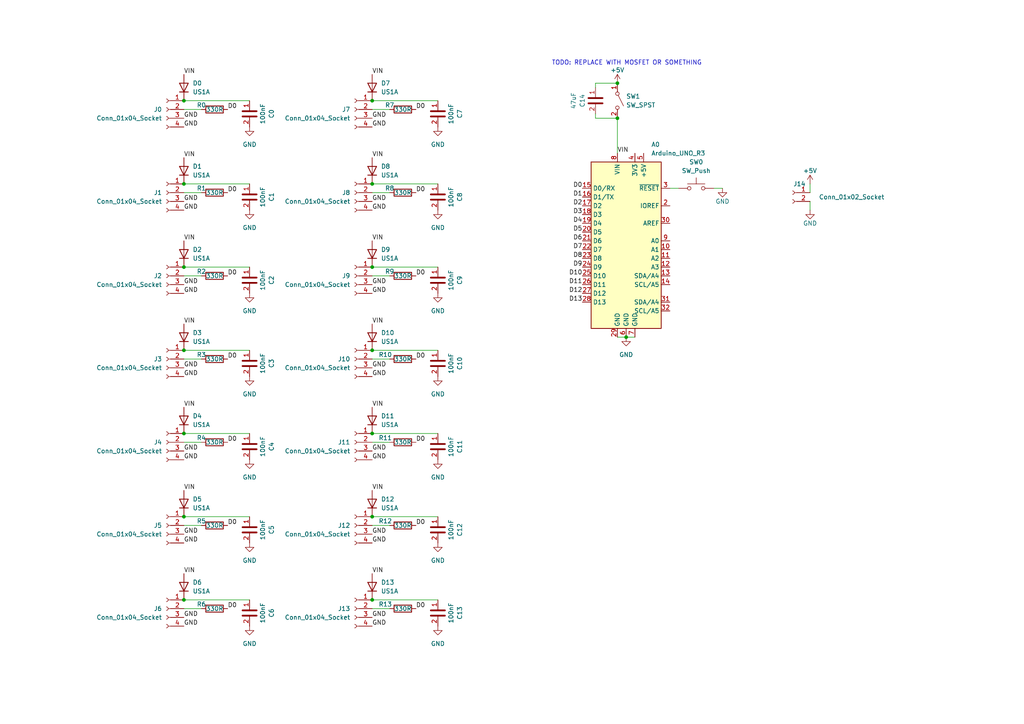
<source format=kicad_sch>
(kicad_sch (version 20230121) (generator eeschema)
  (paper "A4")
  (lib_symbols
    (symbol "C_1" (pin_names (offset 0.254))
      (property "Reference" "C" (at 0.635 2.54 0))
      (property "Value" "C" (at 0.635 -2.54 0))
      (symbol "C_1_0_1"
        (polyline (pts (xy -2.032 -0.762) (xy 2.032 -0.762)) (stroke (width 0.508)))
        (polyline (pts (xy -2.032 0.762) (xy 2.032 0.762)) (stroke (width 0.508)))
      )
      (symbol "C_1_1_1"
        (pin passive line (at 0 3.81 270) (length 2.794) (name "~") (number "1"))
        (pin passive line (at 0 -3.81 90) (length 2.794) (name "~") (number "2"))
      )
    )
    (symbol "C_2" (pin_names (offset 0.254))
      (property "Reference" "C" (at 0.635 2.54 0))
      (property "Value" "C" (at 0.635 -2.54 0))
      (symbol "C_2_0_1"
        (polyline (pts (xy -2.032 -0.762) (xy 2.032 -0.762)) (stroke (width 0.508)))
        (polyline (pts (xy -2.032 0.762) (xy 2.032 0.762)) (stroke (width 0.508)))
      )
      (symbol "C_2_1_1"
        (pin passive line (at 0 3.81 270) (length 2.794) (name "~") (number "1"))
        (pin passive line (at 0 -3.81 90) (length 2.794) (name "~") (number "2"))
      )
    )
    (symbol "Connector:Conn_01x02_Socket" (pin_names (offset 1.016) hide)
      (property "Reference" "J" (at 0 2.54 0))
      (property "Value" "Conn_01x02_Socket" (at 0 -5.08 0))
      (symbol "Conn_01x02_Socket_1_1"
        (arc (start 0 -2.032) (mid -0.5058 -2.54) (end 0 -3.048) (stroke (width 0.1524)))
        (polyline (pts (xy -1.27 -2.54) (xy -0.508 -2.54)) (stroke (width 0.1524)))
        (polyline (pts (xy -1.27 0) (xy -0.508 0)) (stroke (width 0.1524)))
        (arc (start 0 0.508) (mid -0.5058 0) (end 0 -0.508) (stroke (width 0.1524)))
        (pin passive line (at -5.08 0 0) (length 3.81) (name "Pin_1") (number "1"))
        (pin passive line (at -5.08 -2.54 0) (length 3.81) (name "Pin_2") (number "2"))
      )
    )
    (symbol "Connector:Conn_01x04_Socket" (pin_names (offset 1.016) hide)
      (property "Reference" "J" (at 0 5.08 0))
      (property "Value" "Conn_01x04_Socket" (at 0 -7.62 0))
      (symbol "Conn_01x04_Socket_1_1"
        (arc (start 0 -4.572) (mid -0.5058 -5.08) (end 0 -5.588) (stroke (width 0.1524)))
        (arc (start 0 -2.032) (mid -0.5058 -2.54) (end 0 -3.048) (stroke (width 0.1524)))
        (polyline (pts (xy -1.27 -5.08) (xy -0.508 -5.08)) (stroke (width 0.1524)))
        (polyline (pts (xy -1.27 -2.54) (xy -0.508 -2.54)) (stroke (width 0.1524)))
        (polyline (pts (xy -1.27 0) (xy -0.508 0)) (stroke (width 0.1524)))
        (polyline (pts (xy -1.27 2.54) (xy -0.508 2.54)) (stroke (width 0.1524)))
        (arc (start 0 0.508) (mid -0.5058 0) (end 0 -0.508) (stroke (width 0.1524)))
        (arc (start 0 3.048) (mid -0.5058 2.54) (end 0 2.032) (stroke (width 0.1524)))
        (pin passive line (at -5.08 2.54 0) (length 3.81) (name "Pin_1") (number "1"))
        (pin passive line (at -5.08 0 0) (length 3.81) (name "Pin_2") (number "2"))
        (pin passive line (at -5.08 -2.54 0) (length 3.81) (name "Pin_3") (number "3"))
        (pin passive line (at -5.08 -5.08 0) (length 3.81) (name "Pin_4") (number "4"))
      )
    )
    (symbol "Device:R" (pin_numbers hide) (pin_names (offset 0))
      (property "Reference" "R" (at 2.032 0 90))
      (property "Value" "R" (at 0 0 90))
      (symbol "R_0_1"
        (rectangle (start -1.016 -2.54) (end 1.016 2.54) (stroke (width 0.254)))
      )
      (symbol "R_1_1"
        (pin passive line (at 0 3.81 270) (length 1.27) (name "~") (number "1"))
        (pin passive line (at 0 -3.81 90) (length 1.27) (name "~") (number "2"))
      )
    )
    (symbol "Diode:US1A" (pin_numbers hide) (pin_names hide)
      (property "Reference" "D" (at 0 2.54 0))
      (property "Value" "US1A" (at 0 -2.54 0))
      (symbol "US1A_0_1"
        (polyline (pts (xy -1.27 1.27) (xy -1.27 -1.27)) (stroke (width 0.254)))
        (polyline (pts (xy 1.27 0) (xy -1.27 0)))
        (polyline (pts (xy 1.27 1.27) (xy 1.27 -1.27) (xy -1.27 0) (xy 1.27 1.27)) (stroke (width 0.254)))
      )
      (symbol "US1A_1_1"
        (pin passive line (at -3.81 0 0) (length 2.54) (name "K") (number "1"))
        (pin passive line (at 3.81 0 180) (length 2.54) (name "A") (number "2"))
      )
    )
    (symbol "MCU_Module:Arduino_UNO_R3"
      (property "Reference" "A" (at -10.16 23.495 0))
      (property "Value" "Arduino_UNO_R3" (at 5.08 -26.67 0))
      (symbol "Arduino_UNO_R3_0_1"
        (rectangle (start -10.16 22.86) (end 10.16 -25.4) (stroke (width 0.254)) (fill (type background)))
      )
      (symbol "Arduino_UNO_R3_1_1"
        (pin no_connect line (at -10.16 -20.32 0) (length 2.54) hide (name "NC") (number "1"))
        (pin bidirectional line (at 12.7 -2.54 180) (length 2.54) (name "A1") (number "10"))
        (pin bidirectional line (at 12.7 -5.08 180) (length 2.54) (name "A2") (number "11"))
        (pin bidirectional line (at 12.7 -7.62 180) (length 2.54) (name "A3") (number "12"))
        (pin bidirectional line (at 12.7 -10.16 180) (length 2.54) (name "SDA/A4") (number "13"))
        (pin bidirectional line (at 12.7 -12.7 180) (length 2.54) (name "SCL/A5") (number "14"))
        (pin bidirectional line (at -12.7 15.24 0) (length 2.54) (name "D0/RX") (number "15"))
        (pin bidirectional line (at -12.7 12.7 0) (length 2.54) (name "D1/TX") (number "16"))
        (pin bidirectional line (at -12.7 10.16 0) (length 2.54) (name "D2") (number "17"))
        (pin bidirectional line (at -12.7 7.62 0) (length 2.54) (name "D3") (number "18"))
        (pin bidirectional line (at -12.7 5.08 0) (length 2.54) (name "D4") (number "19"))
        (pin output line (at 12.7 10.16 180) (length 2.54) (name "IOREF") (number "2"))
        (pin bidirectional line (at -12.7 2.54 0) (length 2.54) (name "D5") (number "20"))
        (pin bidirectional line (at -12.7 0 0) (length 2.54) (name "D6") (number "21"))
        (pin bidirectional line (at -12.7 -2.54 0) (length 2.54) (name "D7") (number "22"))
        (pin bidirectional line (at -12.7 -5.08 0) (length 2.54) (name "D8") (number "23"))
        (pin bidirectional line (at -12.7 -7.62 0) (length 2.54) (name "D9") (number "24"))
        (pin bidirectional line (at -12.7 -10.16 0) (length 2.54) (name "D10") (number "25"))
        (pin bidirectional line (at -12.7 -12.7 0) (length 2.54) (name "D11") (number "26"))
        (pin bidirectional line (at -12.7 -15.24 0) (length 2.54) (name "D12") (number "27"))
        (pin bidirectional line (at -12.7 -17.78 0) (length 2.54) (name "D13") (number "28"))
        (pin power_in line (at -2.54 -27.94 90) (length 2.54) (name "GND") (number "29"))
        (pin input line (at 12.7 15.24 180) (length 2.54) (name "~{RESET}") (number "3"))
        (pin input line (at 12.7 5.08 180) (length 2.54) (name "AREF") (number "30"))
        (pin bidirectional line (at 12.7 -17.78 180) (length 2.54) (name "SDA/A4") (number "31"))
        (pin bidirectional line (at 12.7 -20.32 180) (length 2.54) (name "SCL/A5") (number "32"))
        (pin power_out line (at 2.54 25.4 270) (length 2.54) (name "3V3") (number "4"))
        (pin power_out line (at 5.08 25.4 270) (length 2.54) (name "+5V") (number "5"))
        (pin power_in line (at 0 -27.94 90) (length 2.54) (name "GND") (number "6"))
        (pin power_in line (at 2.54 -27.94 90) (length 2.54) (name "GND") (number "7"))
        (pin power_in line (at -2.54 25.4 270) (length 2.54) (name "VIN") (number "8"))
        (pin bidirectional line (at 12.7 0 180) (length 2.54) (name "A0") (number "9"))
      )
    )
    (symbol "Switch:SW_Push" (pin_numbers hide) (pin_names (offset 1.016) hide)
      (property "Reference" "SW" (at 1.27 2.54 0))
      (property "Value" "SW_Push" (at 0 -1.524 0))
      (symbol "SW_Push_0_1"
        (circle (center -2.032 0) (radius 0.508))
        (polyline (pts (xy 0 1.27) (xy 0 3.048)))
        (polyline (pts (xy 2.54 1.27) (xy -2.54 1.27)))
        (circle (center 2.032 0) (radius 0.508))
        (pin passive line (at -5.08 0 0) (length 2.54) (name "1") (number "1"))
        (pin passive line (at 5.08 0 180) (length 2.54) (name "2") (number "2"))
      )
    )
    (symbol "Switch:SW_SPST" (pin_names (offset 0) hide)
      (property "Reference" "SW" (at 0 3.175 0))
      (property "Value" "SW_SPST" (at 0 -2.54 0))
      (symbol "SW_SPST_0_0"
        (circle (center -2.032 0) (radius 0.508))
        (polyline (pts (xy -1.524 0.254) (xy 1.524 1.778)))
        (circle (center 2.032 0) (radius 0.508))
      )
      (symbol "SW_SPST_1_1"
        (pin passive line (at -5.08 0 0) (length 2.54) (name "A") (number "1"))
        (pin passive line (at 5.08 0 180) (length 2.54) (name "B") (number "2"))
      )
    )
    (symbol "power:+5V" (power) (pin_names (offset 0))
      (property "Value" "+5V" (at 0 3.556 0))
      (symbol "+5V_0_1"
        (polyline (pts (xy -0.762 1.27) (xy 0 2.54)))
        (polyline (pts (xy 0 0) (xy 0 2.54)))
        (polyline (pts (xy 0 2.54) (xy 0.762 1.27)))
      )
      (symbol "+5V_1_1"
        (pin power_in line (at 0 0 90) (length 0) hide (name "+5V") (number "1"))
      )
    )
    (symbol "power:GND" (power) (pin_names (offset 0))
      (property "Value" "GND" (at 0 -3.81 0))
      (symbol "GND_0_1"
        (polyline (pts (xy 0 0) (xy 0 -1.27) (xy 1.27 -1.27) (xy 0 -2.54) (xy -1.27 -1.27) (xy 0 -1.27)))
      )
      (symbol "GND_1_1"
        (pin power_in line (at 0 0 270) (length 0) hide (name "GND") (number "1"))
      )
    )
  )
  (junction (at 107.95 149.86))
  (junction (at 53.34 29.21))
  (junction (at 53.34 173.99))
  (junction (at 179.07 24.13))
  (junction (at 107.95 173.99))
  (junction (at 53.34 101.6))
  (junction (at 107.95 53.34))
  (junction (at 107.95 29.21))
  (junction (at 53.34 53.34))
  (junction (at 53.34 149.86))
  (junction (at 107.95 77.47))
  (junction (at 53.34 77.47))
  (junction (at 179.07 34.29))
  (junction (at 107.95 125.73))
  (junction (at 53.34 125.73))
  (junction (at 181.61 97.79))
  (junction (at 107.95 101.6))
  (wire (pts (xy 113.03 104.14) (xy 107.95 104.14)))
  (wire (pts (xy 107.95 53.34) (xy 127 53.34)))
  (wire (pts (xy 172.72 34.29) (xy 179.07 34.29)))
  (wire (pts (xy 234.95 60.96) (xy 234.95 58.42)))
  (wire (pts (xy 58.42 128.27) (xy 53.34 128.27)))
  (wire (pts (xy 113.03 80.01) (xy 107.95 80.01)))
  (wire (pts (xy 113.03 31.75) (xy 107.95 31.75)))
  (wire (pts (xy 179.07 34.29) (xy 179.07 44.45)))
  (wire (pts (xy 179.07 24.13) (xy 172.72 24.13)))
  (wire (pts (xy 113.03 176.53) (xy 107.95 176.53)))
  (wire (pts (xy 107.95 29.21) (xy 127 29.21)))
  (wire (pts (xy 58.42 152.4) (xy 53.34 152.4)))
  (wire (pts (xy 234.95 53.34) (xy 234.95 55.88)))
  (wire (pts (xy 107.95 101.6) (xy 127 101.6)))
  (wire (pts (xy 172.72 24.13) (xy 172.72 25.4)))
  (wire (pts (xy 53.34 149.86) (xy 72.39 149.86)))
  (wire (pts (xy 113.03 152.4) (xy 107.95 152.4)))
  (wire (pts (xy 113.03 128.27) (xy 107.95 128.27)))
  (wire (pts (xy 58.42 55.88) (xy 53.34 55.88)))
  (wire (pts (xy 107.95 173.99) (xy 127 173.99)))
  (wire (pts (xy 58.42 80.01) (xy 53.34 80.01)))
  (wire (pts (xy 53.34 173.99) (xy 72.39 173.99)))
  (wire (pts (xy 172.72 33.02) (xy 172.72 34.29)))
  (wire (pts (xy 58.42 176.53) (xy 53.34 176.53)))
  (wire (pts (xy 196.85 54.61) (xy 194.31 54.61)))
  (wire (pts (xy 181.61 97.79) (xy 179.07 97.79)))
  (wire (pts (xy 58.42 31.75) (xy 53.34 31.75)))
  (wire (pts (xy 53.34 53.34) (xy 72.39 53.34)))
  (wire (pts (xy 107.95 77.47) (xy 127 77.47)))
  (wire (pts (xy 53.34 29.21) (xy 72.39 29.21)))
  (wire (pts (xy 53.34 125.73) (xy 72.39 125.73)))
  (wire (pts (xy 107.95 125.73) (xy 127 125.73)))
  (wire (pts (xy 113.03 55.88) (xy 107.95 55.88)))
  (wire (pts (xy 53.34 77.47) (xy 72.39 77.47)))
  (wire (pts (xy 107.95 149.86) (xy 127 149.86)))
  (wire (pts (xy 209.55 54.61) (xy 207.01 54.61)))
  (wire (pts (xy 184.15 97.79) (xy 181.61 97.79)))
  (wire (pts (xy 58.42 104.14) (xy 53.34 104.14)))
  (wire (pts (xy 53.34 101.6) (xy 72.39 101.6)))
  (text "TODO: REPLACE WITH MOSFET OR SOMETHING" (at 160.02 19.05 0) (effects (font (size 1.27 1.27)) (justify left bottom)))
  (label "D0" (at 120.65 80.01 0))
  (label "GND" (at 53.34 60.96 0))
  (label "D1" (at 168.91 57.15 180))
  (label "D0" (at 66.04 31.75 0))
  (label "GND" (at 53.34 85.09 0))
  (label "GND" (at 53.34 36.83 0))
  (label "GND" (at 53.34 179.07 0))
  (label "GND" (at 107.95 179.07 0))
  (label "GND" (at 53.34 157.48 0))
  (label "GND" (at 53.34 130.81 0))
  (label "VIN" (at 107.95 21.59 0))
  (label "GND" (at 53.34 34.29 0))
  (label "D0" (at 120.65 176.53 0))
  (label "D0" (at 66.04 104.14 0))
  (label "GND" (at 107.95 181.61 0))
  (label "D13" (at 168.91 87.63 180))
  (label "D9" (at 168.91 77.47 180))
  (label "GND" (at 107.95 60.96 0))
  (label "D0" (at 66.04 55.88 0))
  (label "D4" (at 168.91 64.77 180))
  (label "D0" (at 120.65 31.75 0))
  (label "GND" (at 53.34 58.42 0))
  (label "GND" (at 107.95 130.81 0))
  (label "GND" (at 107.95 82.55 0))
  (label "VIN" (at 107.95 93.98 0))
  (label "D7" (at 168.91 72.39 180))
  (label "D5" (at 168.91 67.31 180))
  (label "D0" (at 66.04 128.27 0))
  (label "D0" (at 66.04 152.4 0))
  (label "VIN" (at 107.95 166.37 0))
  (label "GND" (at 53.34 154.94 0))
  (label "D0" (at 66.04 80.01 0))
  (label "GND" (at 107.95 106.68 0))
  (label "VIN" (at 53.34 142.24 0))
  (label "D3" (at 168.91 62.23 180))
  (label "GND" (at 107.95 157.48 0))
  (label "GND" (at 107.95 34.29 0))
  (label "GND" (at 107.95 85.09 0))
  (label "D11" (at 168.91 82.55 180))
  (label "D0" (at 66.04 176.53 0))
  (label "VIN" (at 53.34 118.11 0))
  (label "D6" (at 168.91 69.85 180))
  (label "VIN" (at 107.95 45.72 0))
  (label "VIN" (at 107.95 69.85 0))
  (label "VIN" (at 107.95 142.24 0))
  (label "D10" (at 168.91 80.01 180))
  (label "GND" (at 53.34 133.35 0))
  (label "GND" (at 107.95 58.42 0))
  (label "D12" (at 168.91 85.09 180))
  (label "D0" (at 120.65 128.27 0))
  (label "D2" (at 168.91 59.69 180))
  (label "VIN" (at 179.07 44.45 0))
  (label "GND" (at 53.34 82.55 0))
  (label "VIN" (at 53.34 69.85 0))
  (label "D0" (at 120.65 104.14 0))
  (label "D0" (at 120.65 55.88 0))
  (label "D8" (at 168.91 74.93 180))
  (label "GND" (at 53.34 181.61 0))
  (label "GND" (at 53.34 106.68 0))
  (label "D0" (at 120.65 152.4 0))
  (label "GND" (at 107.95 109.22 0))
  (label "GND" (at 107.95 133.35 0))
  (label "VIN" (at 53.34 21.59 0))
  (label "VIN" (at 53.34 45.72 0))
  (label "VIN" (at 53.34 93.98 0))
  (label "VIN" (at 107.95 118.11 0))
  (label "D0" (at 168.91 54.61 180))
  (label "GND" (at 107.95 154.94 0))
  (label "GND" (at 107.95 36.83 0))
  (label "GND" (at 53.34 109.22 0))
  (label "VIN" (at 53.34 166.37 0))
  (symbol (lib_id "power:GND") (at 72.39 109.22 0) (mirror y) (unit 1)
    (property "Reference" "#PWR011" (effects hide))
    (property "Value" "GND" (at 72.39 114.3 0))
  )
  (symbol (lib_id "Diode:US1A") (at 107.95 73.66 90) (unit 1)
    (property "Reference" "D9" (at 110.49 72.39 90) (effects (justify right)))
    (property "Value" "US1A" (at 110.49 74.93 90) (effects (justify right)))
    (property "Footprint" "Diode_SMD:D_SMA" (effects hide))
    (property "Datasheet" "https://www.diodes.com/assets/Datasheets/ds16008.pdf" (effects hide))
    (property "Sim.Device" "D" (effects hide))
    (property "Sim.Pins" "1=K 2=A" (effects hide))
  )
  (symbol (lib_name "C_2") (lib_id "Device:C") (at 127 105.41 0) (unit 1)
    (property "Reference" "C10" (at 133.35 105.41 90))
    (property "Value" "100nF" (at 130.81 105.41 90))
    (property "Footprint" "Capacitor_SMD:C_0805_2012Metric_Pad1.18x1.45mm_HandSolder" (effects hide))
  )
  (symbol (lib_id "Connector:Conn_01x04_Socket") (at 48.26 80.01 0) (mirror y) (unit 1)
    (property "Reference" "J2" (at 46.99 80.01 0) (effects (justify left)))
    (property "Value" "Conn_01x04_Socket" (at 46.99 82.55 0) (effects (justify left)))
    (property "Footprint" "Connector_PinHeader_2.54mm:PinHeader_1x04_P2.54mm_Vertical" (effects hide))
  )
  (symbol (lib_id "Connector:Conn_01x04_Socket") (at 102.87 128.27 0) (mirror y) (unit 1)
    (property "Reference" "J11" (at 101.6 128.27 0) (effects (justify left)))
    (property "Value" "Conn_01x04_Socket" (at 101.6 130.81 0) (effects (justify left)))
    (property "Footprint" "Connector_PinHeader_2.54mm:PinHeader_1x04_P2.54mm_Vertical" (effects hide))
  )
  (symbol (lib_id "power:GND") (at 181.61 97.79 0) (mirror y) (unit 1)
    (property "Reference" "#PWR01" (effects hide))
    (property "Value" "GND" (at 181.61 102.87 0))
  )
  (symbol (lib_id "Connector:Conn_01x04_Socket") (at 48.26 55.88 0) (mirror y) (unit 1)
    (property "Reference" "J1" (at 46.99 55.88 0) (effects (justify left)))
    (property "Value" "Conn_01x04_Socket" (at 46.99 58.42 0) (effects (justify left)))
    (property "Footprint" "Connector_PinHeader_2.54mm:PinHeader_1x04_P2.54mm_Vertical" (effects hide))
  )
  (symbol (lib_id "power:GND") (at 72.39 85.09 0) (mirror y) (unit 1)
    (property "Reference" "#PWR010" (effects hide))
    (property "Value" "GND" (at 72.39 90.17 0))
  )
  (symbol (lib_id "power:GND") (at 127 36.83 0) (mirror y) (unit 1)
    (property "Reference" "#PWR015" (effects hide))
    (property "Value" "GND" (at 127 41.91 0))
  )
  (symbol (lib_id "Diode:US1A") (at 107.95 146.05 90) (unit 1)
    (property "Reference" "D12" (at 110.49 144.78 90) (effects (justify right)))
    (property "Value" "US1A" (at 110.49 147.32 90) (effects (justify right)))
    (property "Footprint" "Diode_SMD:D_SMA" (effects hide))
    (property "Datasheet" "https://www.diodes.com/assets/Datasheets/ds16008.pdf" (effects hide))
    (property "Sim.Device" "D" (effects hide))
    (property "Sim.Pins" "1=K 2=A" (effects hide))
  )
  (symbol (lib_id "Connector:Conn_01x04_Socket") (at 102.87 55.88 0) (mirror y) (unit 1)
    (property "Reference" "J8" (at 101.6 55.88 0) (effects (justify left)))
    (property "Value" "Conn_01x04_Socket" (at 101.6 58.42 0) (effects (justify left)))
    (property "Footprint" "Connector_PinHeader_2.54mm:PinHeader_1x04_P2.54mm_Vertical" (effects hide))
  )
  (symbol (lib_id "Diode:US1A") (at 53.34 121.92 90) (unit 1)
    (property "Reference" "D4" (at 55.88 120.65 90) (effects (justify right)))
    (property "Value" "US1A" (at 55.88 123.19 90) (effects (justify right)))
    (property "Footprint" "Diode_SMD:D_SMA" (effects hide))
    (property "Datasheet" "https://www.diodes.com/assets/Datasheets/ds16008.pdf" (effects hide))
    (property "Sim.Device" "D" (effects hide))
    (property "Sim.Pins" "1=K 2=A" (effects hide))
  )
  (symbol (lib_id "Diode:US1A") (at 107.95 25.4 90) (unit 1)
    (property "Reference" "D7" (at 110.49 24.13 90) (effects (justify right)))
    (property "Value" "US1A" (at 110.49 26.67 90) (effects (justify right)))
    (property "Footprint" "Diode_SMD:D_SMA" (effects hide))
    (property "Datasheet" "https://www.diodes.com/assets/Datasheets/ds16008.pdf" (effects hide))
    (property "Sim.Device" "D" (effects hide))
    (property "Sim.Pins" "1=K 2=A" (effects hide))
  )
  (symbol (lib_id "power:+5V") (at 234.95 53.34 0) (unit 1)
    (property "Reference" "#PWR03" (effects hide))
    (property "Value" "+5V" (at 234.95 49.53 0))
  )
  (symbol (lib_id "Device:R") (at 116.84 104.14 90) (unit 1)
    (property "Reference" "R10" (at 111.76 102.87 90))
    (property "Value" "330R" (at 116.84 104.14 90))
    (property "Footprint" "Resistor_SMD:R_0805_2012Metric" (effects hide))
  )
  (symbol (lib_id "Device:R") (at 62.23 104.14 90) (unit 1)
    (property "Reference" "R3" (at 58.42 102.87 90))
    (property "Value" "330R" (at 62.23 104.14 90))
    (property "Footprint" "Resistor_SMD:R_0805_2012Metric" (effects hide))
  )
  (symbol (lib_id "power:+5V") (at 179.07 24.13 0) (mirror y) (unit 1)
    (property "Reference" "#PWR00" (effects hide))
    (property "Value" "+5V" (at 179.07 20.32 0))
  )
  (symbol (lib_id "power:GND") (at 72.39 133.35 0) (mirror y) (unit 1)
    (property "Reference" "#PWR012" (effects hide))
    (property "Value" "GND" (at 72.39 138.43 0))
  )
  (symbol (lib_id "Switch:SW_SPST") (at 179.07 29.21 270) (unit 1)
    (property "Reference" "SW1" (at 181.61 27.94 90) (effects (justify left)))
    (property "Value" "SW_SPST" (at 181.61 30.48 90) (effects (justify left)))
    (property "Footprint" "Button_Switch_THT:SW_E-Switch_EG1271_SPDT" (effects hide))
  )
  (symbol (lib_id "Device:R") (at 62.23 80.01 90) (unit 1)
    (property "Reference" "R2" (at 58.42 78.74 90))
    (property "Value" "330R" (at 62.23 80.01 90))
    (property "Footprint" "Resistor_SMD:R_0805_2012Metric" (effects hide))
  )
  (symbol (lib_id "power:GND") (at 72.39 157.48 0) (mirror y) (unit 1)
    (property "Reference" "#PWR013" (effects hide))
    (property "Value" "GND" (at 72.39 162.56 0))
  )
  (symbol (lib_name "C_1") (lib_id "Device:C") (at 172.72 29.21 0) (unit 1)
    (property "Reference" "C14" (at 168.91 29.21 90))
    (property "Value" "47uF" (at 166.37 29.21 90))
    (property "Footprint" "Capacitor_THT:CP_Radial_D6.3mm_P2.50mm" (effects hide))
  )
  (symbol (lib_name "C_2") (lib_id "Device:C") (at 127 33.02 0) (unit 1)
    (property "Reference" "C7" (at 133.35 33.02 90))
    (property "Value" "100nF" (at 130.81 33.02 90))
    (property "Footprint" "Capacitor_SMD:C_0805_2012Metric_Pad1.18x1.45mm_HandSolder" (effects hide))
  )
  (symbol (lib_id "Diode:US1A") (at 107.95 170.18 90) (unit 1)
    (property "Reference" "D13" (at 110.49 168.91 90) (effects (justify right)))
    (property "Value" "US1A" (at 110.49 171.45 90) (effects (justify right)))
    (property "Footprint" "Diode_SMD:D_SMA" (effects hide))
    (property "Datasheet" "https://www.diodes.com/assets/Datasheets/ds16008.pdf" (effects hide))
    (property "Sim.Device" "D" (effects hide))
    (property "Sim.Pins" "1=K 2=A" (effects hide))
  )
  (symbol (lib_id "Diode:US1A") (at 53.34 73.66 90) (unit 1)
    (property "Reference" "D2" (at 55.88 72.39 90) (effects (justify right)))
    (property "Value" "US1A" (at 55.88 74.93 90) (effects (justify right)))
    (property "Footprint" "Diode_SMD:D_SMA" (effects hide))
    (property "Datasheet" "https://www.diodes.com/assets/Datasheets/ds16008.pdf" (effects hide))
    (property "Sim.Device" "D" (effects hide))
    (property "Sim.Pins" "1=K 2=A" (effects hide))
  )
  (symbol (lib_id "Connector:Conn_01x02_Socket") (at 229.87 55.88 0) (mirror y) (unit 1)
    (property "Reference" "J14" (at 233.68 53.34 0) (effects (justify left)))
    (property "Value" "Conn_01x02_Socket" (at 256.54 57.15 0) (effects (justify left)))
    (property "Footprint" "TerminalBlock:TerminalBlock_bornier-2_P5.08mm" (effects hide))
  )
  (symbol (lib_id "Diode:US1A") (at 107.95 49.53 90) (unit 1)
    (property "Reference" "D8" (at 110.49 48.26 90) (effects (justify right)))
    (property "Value" "US1A" (at 110.49 50.8 90) (effects (justify right)))
    (property "Footprint" "Diode_SMD:D_SMA" (effects hide))
    (property "Datasheet" "https://www.diodes.com/assets/Datasheets/ds16008.pdf" (effects hide))
    (property "Sim.Device" "D" (effects hide))
    (property "Sim.Pins" "1=K 2=A" (effects hide))
  )
  (symbol (lib_name "C_2") (lib_id "Device:C") (at 72.39 129.54 0) (unit 1)
    (property "Reference" "C4" (at 78.74 129.54 90))
    (property "Value" "100nF" (at 76.2 129.54 90))
    (property "Footprint" "Capacitor_SMD:C_0805_2012Metric_Pad1.18x1.45mm_HandSolder" (effects hide))
  )
  (symbol (lib_id "Device:R") (at 62.23 176.53 90) (unit 1)
    (property "Reference" "R6" (at 58.42 175.26 90))
    (property "Value" "330R" (at 62.23 176.53 90))
    (property "Footprint" "Resistor_SMD:R_0805_2012Metric" (effects hide))
  )
  (symbol (lib_id "power:GND") (at 234.95 60.96 0) (unit 1)
    (property "Reference" "#PWR04" (effects hide))
    (property "Value" "GND" (at 234.95 64.77 0))
  )
  (symbol (lib_id "power:GND") (at 72.39 36.83 0) (mirror y) (unit 1)
    (property "Reference" "#PWR08" (effects hide))
    (property "Value" "GND" (at 72.39 41.91 0))
  )
  (symbol (lib_id "Device:R") (at 62.23 152.4 90) (unit 1)
    (property "Reference" "R5" (at 58.42 151.13 90))
    (property "Value" "330R" (at 62.23 152.4 90))
    (property "Footprint" "Resistor_SMD:R_0805_2012Metric" (effects hide))
  )
  (symbol (lib_name "C_2") (lib_id "Device:C") (at 72.39 33.02 0) (unit 1)
    (property "Reference" "C0" (at 78.74 33.02 90))
    (property "Value" "100nF" (at 76.2 33.02 90))
    (property "Footprint" "Capacitor_SMD:C_0805_2012Metric_Pad1.18x1.45mm_HandSolder" (effects hide))
  )
  (symbol (lib_id "Device:R") (at 116.84 128.27 90) (unit 1)
    (property "Reference" "R11" (at 111.76 127 90))
    (property "Value" "330R" (at 116.84 128.27 90))
    (property "Footprint" "Resistor_SMD:R_0805_2012Metric" (effects hide))
  )
  (symbol (lib_id "Device:R") (at 62.23 128.27 90) (unit 1)
    (property "Reference" "R4" (at 58.42 127 90))
    (property "Value" "330R" (at 62.23 128.27 90))
    (property "Footprint" "Resistor_SMD:R_0805_2012Metric" (effects hide))
  )
  (symbol (lib_name "C_2") (lib_id "Device:C") (at 127 81.28 0) (unit 1)
    (property "Reference" "C9" (at 133.35 81.28 90))
    (property "Value" "100nF" (at 130.81 81.28 90))
    (property "Footprint" "Capacitor_SMD:C_0805_2012Metric_Pad1.18x1.45mm_HandSolder" (effects hide))
  )
  (symbol (lib_id "Switch:SW_Push") (at 201.93 54.61 0) (unit 1)
    (property "Reference" "SW0" (at 201.93 46.99 0))
    (property "Value" "SW_Push" (at 201.93 49.53 0))
    (property "Footprint" "Button_Switch_THT:SW_PUSH_6mm_H5mm" (effects hide))
  )
  (symbol (lib_id "Connector:Conn_01x04_Socket") (at 48.26 31.75 0) (mirror y) (unit 1)
    (property "Reference" "J0" (at 46.99 31.75 0) (effects (justify left)))
    (property "Value" "Conn_01x04_Socket" (at 46.99 34.29 0) (effects (justify left)))
    (property "Footprint" "Connector_PinHeader_2.54mm:PinHeader_1x04_P2.54mm_Vertical" (effects hide))
  )
  (symbol (lib_id "power:GND") (at 127 181.61 0) (mirror y) (unit 1)
    (property "Reference" "#PWR021" (effects hide))
    (property "Value" "GND" (at 127 186.69 0))
  )
  (symbol (lib_id "Connector:Conn_01x04_Socket") (at 102.87 152.4 0) (mirror y) (unit 1)
    (property "Reference" "J12" (at 101.6 152.4 0) (effects (justify left)))
    (property "Value" "Conn_01x04_Socket" (at 101.6 154.94 0) (effects (justify left)))
    (property "Footprint" "Connector_PinHeader_2.54mm:PinHeader_1x04_P2.54mm_Vertical" (effects hide))
  )
  (symbol (lib_id "Diode:US1A") (at 53.34 97.79 90) (unit 1)
    (property "Reference" "D3" (at 55.88 96.52 90) (effects (justify right)))
    (property "Value" "US1A" (at 55.88 99.06 90) (effects (justify right)))
    (property "Footprint" "Diode_SMD:D_SMA" (effects hide))
    (property "Datasheet" "https://www.diodes.com/assets/Datasheets/ds16008.pdf" (effects hide))
    (property "Sim.Device" "D" (effects hide))
    (property "Sim.Pins" "1=K 2=A" (effects hide))
  )
  (symbol (lib_name "C_2") (lib_id "Device:C") (at 72.39 81.28 0) (unit 1)
    (property "Reference" "C2" (at 78.74 81.28 90))
    (property "Value" "100nF" (at 76.2 81.28 90))
    (property "Footprint" "Capacitor_SMD:C_0805_2012Metric_Pad1.18x1.45mm_HandSolder" (effects hide))
  )
  (symbol (lib_id "Device:R") (at 116.84 80.01 90) (unit 1)
    (property "Reference" "R9" (at 113.03 78.74 90))
    (property "Value" "330R" (at 116.84 80.01 90))
    (property "Footprint" "Resistor_SMD:R_0805_2012Metric" (effects hide))
  )
  (symbol (lib_id "Diode:US1A") (at 53.34 25.4 90) (unit 1)
    (property "Reference" "D0" (at 55.88 24.13 90) (effects (justify right)))
    (property "Value" "US1A" (at 55.88 26.67 90) (effects (justify right)))
    (property "Footprint" "Diode_SMD:D_SMA" (effects hide))
    (property "Datasheet" "https://www.diodes.com/assets/Datasheets/ds16008.pdf" (effects hide))
    (property "Sim.Device" "D" (effects hide))
    (property "Sim.Pins" "1=K 2=A" (effects hide))
  )
  (symbol (lib_id "Diode:US1A") (at 53.34 170.18 90) (unit 1)
    (property "Reference" "D6" (at 55.88 168.91 90) (effects (justify right)))
    (property "Value" "US1A" (at 55.88 171.45 90) (effects (justify right)))
    (property "Footprint" "Diode_SMD:D_SMA" (effects hide))
    (property "Datasheet" "https://www.diodes.com/assets/Datasheets/ds16008.pdf" (effects hide))
    (property "Sim.Device" "D" (effects hide))
    (property "Sim.Pins" "1=K 2=A" (effects hide))
  )
  (symbol (lib_name "C_2") (lib_id "Device:C") (at 127 153.67 0) (unit 1)
    (property "Reference" "C12" (at 133.35 153.67 90))
    (property "Value" "100nF" (at 130.81 153.67 90))
    (property "Footprint" "Capacitor_SMD:C_0805_2012Metric_Pad1.18x1.45mm_HandSolder" (effects hide))
  )
  (symbol (lib_id "power:GND") (at 127 157.48 0) (mirror y) (unit 1)
    (property "Reference" "#PWR020" (effects hide))
    (property "Value" "GND" (at 127 162.56 0))
  )
  (symbol (lib_id "Connector:Conn_01x04_Socket") (at 48.26 128.27 0) (mirror y) (unit 1)
    (property "Reference" "J4" (at 46.99 128.27 0) (effects (justify left)))
    (property "Value" "Conn_01x04_Socket" (at 46.99 130.81 0) (effects (justify left)))
    (property "Footprint" "Connector_PinHeader_2.54mm:PinHeader_1x04_P2.54mm_Vertical" (effects hide))
  )
  (symbol (lib_id "power:GND") (at 72.39 181.61 0) (mirror y) (unit 1)
    (property "Reference" "#PWR014" (effects hide))
    (property "Value" "GND" (at 72.39 186.69 0))
  )
  (symbol (lib_id "Connector:Conn_01x04_Socket") (at 102.87 80.01 0) (mirror y) (unit 1)
    (property "Reference" "J9" (at 101.6 80.01 0) (effects (justify left)))
    (property "Value" "Conn_01x04_Socket" (at 101.6 82.55 0) (effects (justify left)))
    (property "Footprint" "Connector_PinHeader_2.54mm:PinHeader_1x04_P2.54mm_Vertical" (effects hide))
  )
  (symbol (lib_id "MCU_Module:Arduino_UNO_R3") (at 181.61 69.85 0) (unit 1)
    (property "Reference" "A0" (at 188.8841 41.91 0) (effects (justify left)))
    (property "Value" "Arduino_UNO_R3" (at 188.8841 44.45 0) (effects (justify left)))
    (property "Footprint" "ARGB_Board:Arduino_UNO_R3_EdgeCuts" (effects hide))
    (property "Datasheet" "https://www.arduino.cc/en/Main/arduinoBoardUno" (effects hide))
  )
  (symbol (lib_id "Device:R") (at 62.23 31.75 90) (unit 1)
    (property "Reference" "R0" (at 58.42 30.48 90))
    (property "Value" "330R" (at 62.23 31.75 90))
    (property "Footprint" "Resistor_SMD:R_0805_2012Metric" (effects hide))
  )
  (symbol (lib_id "power:GND") (at 127 85.09 0) (mirror y) (unit 1)
    (property "Reference" "#PWR017" (effects hide))
    (property "Value" "GND" (at 127 90.17 0))
  )
  (symbol (lib_id "power:GND") (at 209.55 54.61 0) (unit 1)
    (property "Reference" "#PWR06" (effects hide))
    (property "Value" "GND" (at 209.55 58.42 0))
  )
  (symbol (lib_name "C_2") (lib_id "Device:C") (at 72.39 105.41 0) (unit 1)
    (property "Reference" "C3" (at 78.74 105.41 90))
    (property "Value" "100nF" (at 76.2 105.41 90))
    (property "Footprint" "Capacitor_SMD:C_0805_2012Metric_Pad1.18x1.45mm_HandSolder" (effects hide))
  )
  (symbol (lib_name "C_2") (lib_id "Device:C") (at 72.39 57.15 0) (unit 1)
    (property "Reference" "C1" (at 78.74 57.15 90))
    (property "Value" "100nF" (at 76.2 57.15 90))
    (property "Footprint" "Capacitor_SMD:C_0805_2012Metric_Pad1.18x1.45mm_HandSolder" (effects hide))
  )
  (symbol (lib_id "Connector:Conn_01x04_Socket") (at 102.87 31.75 0) (mirror y) (unit 1)
    (property "Reference" "J7" (at 101.6 31.75 0) (effects (justify left)))
    (property "Value" "Conn_01x04_Socket" (at 101.6 34.29 0) (effects (justify left)))
    (property "Footprint" "Connector_PinHeader_2.54mm:PinHeader_1x04_P2.54mm_Vertical" (effects hide))
  )
  (symbol (lib_id "Connector:Conn_01x04_Socket") (at 102.87 176.53 0) (mirror y) (unit 1)
    (property "Reference" "J13" (at 101.6 176.53 0) (effects (justify left)))
    (property "Value" "Conn_01x04_Socket" (at 101.6 179.07 0) (effects (justify left)))
    (property "Footprint" "Connector_PinHeader_2.54mm:PinHeader_1x04_P2.54mm_Vertical" (effects hide))
  )
  (symbol (lib_id "Diode:US1A") (at 107.95 97.79 90) (unit 1)
    (property "Reference" "D10" (at 110.49 96.52 90) (effects (justify right)))
    (property "Value" "US1A" (at 110.49 99.06 90) (effects (justify right)))
    (property "Footprint" "Diode_SMD:D_SMA" (effects hide))
    (property "Datasheet" "https://www.diodes.com/assets/Datasheets/ds16008.pdf" (effects hide))
    (property "Sim.Device" "D" (effects hide))
    (property "Sim.Pins" "1=K 2=A" (effects hide))
  )
  (symbol (lib_id "power:GND") (at 127 133.35 0) (mirror y) (unit 1)
    (property "Reference" "#PWR019" (effects hide))
    (property "Value" "GND" (at 127 138.43 0))
  )
  (symbol (lib_id "Connector:Conn_01x04_Socket") (at 48.26 152.4 0) (mirror y) (unit 1)
    (property "Reference" "J5" (at 46.99 152.4 0) (effects (justify left)))
    (property "Value" "Conn_01x04_Socket" (at 46.99 154.94 0) (effects (justify left)))
    (property "Footprint" "Connector_PinHeader_2.54mm:PinHeader_1x04_P2.54mm_Vertical" (effects hide))
  )
  (symbol (lib_id "power:GND") (at 127 60.96 0) (mirror y) (unit 1)
    (property "Reference" "#PWR016" (effects hide))
    (property "Value" "GND" (at 127 66.04 0))
  )
  (symbol (lib_id "power:GND") (at 127 109.22 0) (mirror y) (unit 1)
    (property "Reference" "#PWR018" (effects hide))
    (property "Value" "GND" (at 127 114.3 0))
  )
  (symbol (lib_id "Device:R") (at 116.84 31.75 90) (unit 1)
    (property "Reference" "R7" (at 113.03 30.48 90))
    (property "Value" "330R" (at 116.84 31.75 90))
    (property "Footprint" "Resistor_SMD:R_0805_2012Metric" (effects hide))
  )
  (symbol (lib_name "C_2") (lib_id "Device:C") (at 127 177.8 0) (unit 1)
    (property "Reference" "C13" (at 133.35 177.8 90))
    (property "Value" "100nF" (at 130.81 177.8 90))
    (property "Footprint" "Capacitor_SMD:C_0805_2012Metric_Pad1.18x1.45mm_HandSolder" (effects hide))
  )
  (symbol (lib_name "C_2") (lib_id "Device:C") (at 127 129.54 0) (unit 1)
    (property "Reference" "C11" (at 133.35 129.54 90))
    (property "Value" "100nF" (at 130.81 129.54 90))
    (property "Footprint" "Capacitor_SMD:C_0805_2012Metric_Pad1.18x1.45mm_HandSolder" (effects hide))
  )
  (symbol (lib_name "C_2") (lib_id "Device:C") (at 72.39 153.67 0) (unit 1)
    (property "Reference" "C5" (at 78.74 153.67 90))
    (property "Value" "100nF" (at 76.2 153.67 90))
    (property "Footprint" "Capacitor_SMD:C_0805_2012Metric_Pad1.18x1.45mm_HandSolder" (effects hide))
  )
  (symbol (lib_id "power:GND") (at 72.39 60.96 0) (mirror y) (unit 1)
    (property "Reference" "#PWR09" (effects hide))
    (property "Value" "GND" (at 72.39 66.04 0))
  )
  (symbol (lib_id "Device:R") (at 116.84 152.4 90) (unit 1)
    (property "Reference" "R12" (at 111.76 151.13 90))
    (property "Value" "330R" (at 116.84 152.4 90))
    (property "Footprint" "Resistor_SMD:R_0805_2012Metric" (effects hide))
  )
  (symbol (lib_id "Device:R") (at 116.84 176.53 90) (unit 1)
    (property "Reference" "R13" (at 111.76 175.26 90))
    (property "Value" "330R" (at 116.84 176.53 90))
    (property "Footprint" "Resistor_SMD:R_0805_2012Metric" (effects hide))
  )
  (symbol (lib_id "Device:R") (at 116.84 55.88 90) (unit 1)
    (property "Reference" "R8" (at 113.03 54.61 90))
    (property "Value" "330R" (at 116.84 55.88 90))
    (property "Footprint" "Resistor_SMD:R_0805_2012Metric" (effects hide))
  )
  (symbol (lib_name "C_2") (lib_id "Device:C") (at 72.39 177.8 0) (unit 1)
    (property "Reference" "C6" (at 78.74 177.8 90))
    (property "Value" "100nF" (at 76.2 177.8 90))
    (property "Footprint" "Capacitor_SMD:C_0805_2012Metric_Pad1.18x1.45mm_HandSolder" (effects hide))
  )
  (symbol (lib_id "Connector:Conn_01x04_Socket") (at 48.26 104.14 0) (mirror y) (unit 1)
    (property "Reference" "J3" (at 46.99 104.14 0) (effects (justify left)))
    (property "Value" "Conn_01x04_Socket" (at 46.99 106.68 0) (effects (justify left)))
    (property "Footprint" "Connector_PinHeader_2.54mm:PinHeader_1x04_P2.54mm_Vertical" (effects hide))
  )
  (symbol (lib_id "Diode:US1A") (at 53.34 146.05 90) (unit 1)
    (property "Reference" "D5" (at 55.88 144.78 90) (effects (justify right)))
    (property "Value" "US1A" (at 55.88 147.32 90) (effects (justify right)))
    (property "Footprint" "Diode_SMD:D_SMA" (effects hide))
    (property "Datasheet" "https://www.diodes.com/assets/Datasheets/ds16008.pdf" (effects hide))
    (property "Sim.Device" "D" (effects hide))
    (property "Sim.Pins" "1=K 2=A" (effects hide))
  )
  (symbol (lib_id "Connector:Conn_01x04_Socket") (at 102.87 104.14 0) (mirror y) (unit 1)
    (property "Reference" "J10" (at 101.6 104.14 0) (effects (justify left)))
    (property "Value" "Conn_01x04_Socket" (at 101.6 106.68 0) (effects (justify left)))
    (property "Footprint" "Connector_PinHeader_2.54mm:PinHeader_1x04_P2.54mm_Vertical" (effects hide))
  )
  (symbol (lib_id "Connector:Conn_01x04_Socket") (at 48.26 176.53 0) (mirror y) (unit 1)
    (property "Reference" "J6" (at 46.99 176.53 0) (effects (justify left)))
    (property "Value" "Conn_01x04_Socket" (at 46.99 179.07 0) (effects (justify left)))
    (property "Footprint" "Connector_PinHeader_2.54mm:PinHeader_1x04_P2.54mm_Vertical" (effects hide))
  )
  (symbol (lib_id "Diode:US1A") (at 107.95 121.92 90) (unit 1)
    (property "Reference" "D11" (at 110.49 120.65 90) (effects (justify right)))
    (property "Value" "US1A" (at 110.49 123.19 90) (effects (justify right)))
    (property "Footprint" "Diode_SMD:D_SMA" (effects hide))
    (property "Datasheet" "https://www.diodes.com/assets/Datasheets/ds16008.pdf" (effects hide))
    (property "Sim.Device" "D" (effects hide))
    (property "Sim.Pins" "1=K 2=A" (effects hide))
  )
  (symbol (lib_id "Diode:US1A") (at 53.34 49.53 90) (unit 1)
    (property "Reference" "D1" (at 55.88 48.26 90) (effects (justify right)))
    (property "Value" "US1A" (at 55.88 50.8 90) (effects (justify right)))
    (property "Footprint" "Diode_SMD:D_SMA" (effects hide))
    (property "Datasheet" "https://www.diodes.com/assets/Datasheets/ds16008.pdf" (effects hide))
    (property "Sim.Device" "D" (effects hide))
    (property "Sim.Pins" "1=K 2=A" (effects hide))
  )
  (symbol (lib_name "C_2") (lib_id "Device:C") (at 127 57.15 0) (unit 1)
    (property "Reference" "C8" (at 133.35 57.15 90))
    (property "Value" "100nF" (at 130.81 57.15 90))
    (property "Footprint" "Capacitor_SMD:C_0805_2012Metric_Pad1.18x1.45mm_HandSolder" (effects hide))
  )
  (symbol (lib_id "Device:R") (at 62.23 55.88 90) (unit 1)
    (property "Reference" "R1" (at 58.42 54.61 90))
    (property "Value" "330R" (at 62.23 55.88 90))
    (property "Footprint" "Resistor_SMD:R_0805_2012Metric" (effects hide))
  )
)
</source>
